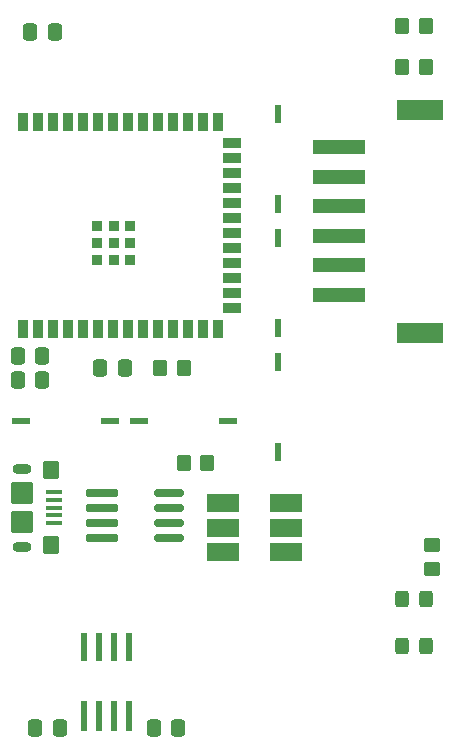
<source format=gtp>
%TF.GenerationSoftware,KiCad,Pcbnew,8.0.1-8.0.1-1~ubuntu22.04.1*%
%TF.CreationDate,2024-04-21T23:11:14-04:00*%
%TF.ProjectId,arm_drive_j2,61726d5f-6472-4697-9665-5f6a322e6b69,rev?*%
%TF.SameCoordinates,Original*%
%TF.FileFunction,Paste,Top*%
%TF.FilePolarity,Positive*%
%FSLAX46Y46*%
G04 Gerber Fmt 4.6, Leading zero omitted, Abs format (unit mm)*
G04 Created by KiCad (PCBNEW 8.0.1-8.0.1-1~ubuntu22.04.1) date 2024-04-21 23:11:14*
%MOMM*%
%LPD*%
G01*
G04 APERTURE LIST*
G04 Aperture macros list*
%AMRoundRect*
0 Rectangle with rounded corners*
0 $1 Rounding radius*
0 $2 $3 $4 $5 $6 $7 $8 $9 X,Y pos of 4 corners*
0 Add a 4 corners polygon primitive as box body*
4,1,4,$2,$3,$4,$5,$6,$7,$8,$9,$2,$3,0*
0 Add four circle primitives for the rounded corners*
1,1,$1+$1,$2,$3*
1,1,$1+$1,$4,$5*
1,1,$1+$1,$6,$7*
1,1,$1+$1,$8,$9*
0 Add four rect primitives between the rounded corners*
20,1,$1+$1,$2,$3,$4,$5,0*
20,1,$1+$1,$4,$5,$6,$7,0*
20,1,$1+$1,$6,$7,$8,$9,0*
20,1,$1+$1,$8,$9,$2,$3,0*%
G04 Aperture macros list end*
%ADD10RoundRect,0.250000X-0.350000X-0.450000X0.350000X-0.450000X0.350000X0.450000X-0.350000X0.450000X0*%
%ADD11RoundRect,0.250000X0.337500X0.475000X-0.337500X0.475000X-0.337500X-0.475000X0.337500X-0.475000X0*%
%ADD12RoundRect,0.250000X0.325000X0.450000X-0.325000X0.450000X-0.325000X-0.450000X0.325000X-0.450000X0*%
%ADD13RoundRect,0.250000X0.350000X0.450000X-0.350000X0.450000X-0.350000X-0.450000X0.350000X-0.450000X0*%
%ADD14R,3.911600X1.803400*%
%ADD15R,4.495800X1.295400*%
%ADD16R,0.609600X1.511300*%
%ADD17R,1.511300X0.609600*%
%ADD18R,0.900000X0.900000*%
%ADD19R,0.900000X1.500000*%
%ADD20R,1.500000X0.900000*%
%ADD21RoundRect,0.041300X0.253700X-1.228700X0.253700X1.228700X-0.253700X1.228700X-0.253700X-1.228700X0*%
%ADD22RoundRect,0.041300X0.253700X-1.103700X0.253700X1.103700X-0.253700X1.103700X-0.253700X-1.103700X0*%
%ADD23RoundRect,0.150000X-1.225000X-0.150000X1.225000X-0.150000X1.225000X0.150000X-1.225000X0.150000X0*%
%ADD24RoundRect,0.150000X-1.100000X-0.150000X1.100000X-0.150000X1.100000X0.150000X-1.100000X0.150000X0*%
%ADD25RoundRect,0.250000X-0.450000X0.350000X-0.450000X-0.350000X0.450000X-0.350000X0.450000X0.350000X0*%
%ADD26RoundRect,0.100000X-0.575000X0.100000X-0.575000X-0.100000X0.575000X-0.100000X0.575000X0.100000X0*%
%ADD27O,1.600000X0.900000*%
%ADD28RoundRect,0.250000X-0.450000X0.550000X-0.450000X-0.550000X0.450000X-0.550000X0.450000X0.550000X0*%
%ADD29RoundRect,0.250000X-0.700000X0.700000X-0.700000X-0.700000X0.700000X-0.700000X0.700000X0.700000X0*%
%ADD30RoundRect,0.250000X-0.337500X-0.475000X0.337500X-0.475000X0.337500X0.475000X-0.337500X0.475000X0*%
%ADD31R,2.704600X1.549400*%
%ADD32R,2.704600X1.524700*%
G04 APERTURE END LIST*
D10*
%TO.C,R4*%
X49000000Y-21500000D03*
X51000000Y-21500000D03*
%TD*%
D11*
%TO.C,C19*%
X25537500Y-50500000D03*
X23462500Y-50500000D03*
%TD*%
D12*
%TO.C,D1*%
X51025000Y-74000000D03*
X48975000Y-74000000D03*
%TD*%
D13*
%TO.C,R6*%
X32500000Y-58500000D03*
X30500000Y-58500000D03*
%TD*%
D14*
%TO.C,J4*%
X50500000Y-47500000D03*
X50500000Y-28600002D03*
D15*
X43700000Y-44300001D03*
X43700000Y-41800001D03*
X43700000Y-39300001D03*
X43700000Y-36800001D03*
X43700000Y-34300001D03*
X43700000Y-31800001D03*
%TD*%
D16*
%TO.C,SW3*%
X38500000Y-29000000D03*
X38500000Y-36607300D03*
%TD*%
D17*
%TO.C,SW2*%
X34303650Y-55000000D03*
X26696350Y-55000000D03*
%TD*%
D18*
%TO.C,U6*%
X23200000Y-41300000D03*
X24600000Y-41300000D03*
X26000000Y-41300000D03*
X23200000Y-39900000D03*
X24600000Y-39900000D03*
X26000000Y-39900000D03*
X23200000Y-38500000D03*
X24600000Y-38500000D03*
X26000000Y-38500000D03*
D19*
X16880000Y-47150000D03*
X18150000Y-47150000D03*
X19420000Y-47150000D03*
X20690000Y-47150000D03*
X21960000Y-47150000D03*
X23230000Y-47150000D03*
X24500000Y-47150000D03*
X25770000Y-47150000D03*
X27040000Y-47150000D03*
X28310000Y-47150000D03*
X29580000Y-47150000D03*
X30850000Y-47150000D03*
X32120000Y-47150000D03*
X33390000Y-47150000D03*
D20*
X34640000Y-45385000D03*
X34640000Y-44115000D03*
X34640000Y-42845000D03*
X34640000Y-41575000D03*
X34640000Y-40305000D03*
X34640000Y-39035000D03*
X34640000Y-37765000D03*
X34640000Y-36495000D03*
X34640000Y-35225000D03*
X34640000Y-33955000D03*
X34640000Y-32685000D03*
X34640000Y-31415000D03*
D19*
X33390000Y-29650000D03*
X32120000Y-29650000D03*
X30850000Y-29650000D03*
X29580000Y-29650000D03*
X28310000Y-29650000D03*
X27040000Y-29650000D03*
X25770000Y-29650000D03*
X24500000Y-29650000D03*
X23230000Y-29650000D03*
X21960000Y-29650000D03*
X20690000Y-29650000D03*
X19420000Y-29650000D03*
X18150000Y-29650000D03*
X16880000Y-29650000D03*
%TD*%
D17*
%TO.C,SW1*%
X16696350Y-55000000D03*
X24303650Y-55000000D03*
%TD*%
D12*
%TO.C,D2*%
X51025000Y-70000000D03*
X48975000Y-70000000D03*
%TD*%
D13*
%TO.C,R13*%
X30500000Y-50500000D03*
X28500000Y-50500000D03*
%TD*%
D21*
%TO.C,U2*%
X22095000Y-79980000D03*
X23365000Y-79980000D03*
X24635000Y-79980000D03*
X25905000Y-79980000D03*
D22*
X25905000Y-74145000D03*
X24635000Y-74145000D03*
X23365000Y-74145000D03*
X22095000Y-74145000D03*
%TD*%
D13*
%TO.C,R3*%
X51000000Y-25000000D03*
X49000000Y-25000000D03*
%TD*%
D16*
%TO.C,SW5*%
X38500000Y-50000000D03*
X38500000Y-57607300D03*
%TD*%
%TO.C,SW4*%
X38500000Y-47107300D03*
X38500000Y-39500000D03*
%TD*%
D11*
%TO.C,C17*%
X18537500Y-51500000D03*
X16462500Y-51500000D03*
%TD*%
D23*
%TO.C,U1*%
X23625000Y-61095000D03*
X23625000Y-62365000D03*
X23625000Y-63635000D03*
X23625000Y-64905000D03*
D24*
X29250000Y-64905000D03*
X29250000Y-63635000D03*
X29250000Y-62365000D03*
X29250000Y-61095000D03*
%TD*%
D25*
%TO.C,R5*%
X51500000Y-65500000D03*
X51500000Y-67500000D03*
%TD*%
D11*
%TO.C,C18*%
X18537500Y-49500000D03*
X16462500Y-49500000D03*
%TD*%
D26*
%TO.C,J1*%
X19500000Y-61000000D03*
X19500000Y-61650000D03*
X19500000Y-62300000D03*
X19500000Y-62950000D03*
X19500000Y-63600000D03*
D27*
X16825000Y-59000000D03*
D28*
X19275000Y-59100000D03*
D29*
X16825000Y-61100000D03*
X16825000Y-63500000D03*
D28*
X19275000Y-65500000D03*
D27*
X16825000Y-65600000D03*
%TD*%
D30*
%TO.C,C5*%
X17500000Y-22000000D03*
X19575000Y-22000000D03*
%TD*%
D31*
%TO.C,D3*%
X33852300Y-61900002D03*
D32*
X33852300Y-63987650D03*
D31*
X33852300Y-66100001D03*
X39147700Y-66099998D03*
X39147700Y-64000000D03*
X39147700Y-61899999D03*
%TD*%
D30*
%TO.C,C4*%
X27962500Y-81000000D03*
X30037500Y-81000000D03*
%TD*%
D11*
%TO.C,C3*%
X20037500Y-81000000D03*
X17962500Y-81000000D03*
%TD*%
M02*

</source>
